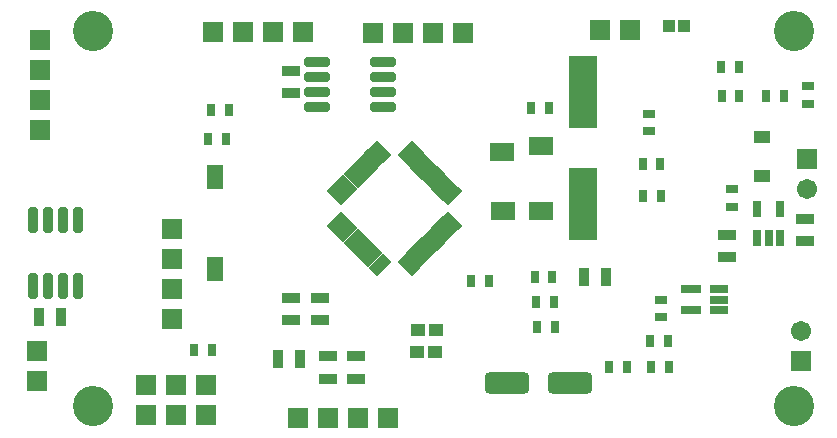
<source format=gts>
G04*
G04 #@! TF.GenerationSoftware,Altium Limited,Altium Designer,21.6.4 (81)*
G04*
G04 Layer_Color=8388736*
%FSLAX44Y44*%
%MOMM*%
G71*
G04*
G04 #@! TF.SameCoordinates,0F59C336-1F8A-43A6-AFB2-A1A9F9B71EC4*
G04*
G04*
G04 #@! TF.FilePolarity,Negative*
G04*
G01*
G75*
%ADD36R,0.8032X1.1032*%
%ADD37R,1.1032X0.8032*%
%ADD38R,1.5032X0.9032*%
%ADD39R,0.8032X1.4532*%
%ADD40R,1.4232X1.1132*%
G04:AMPARAMS|DCode=41|XSize=2.1732mm|YSize=0.8032mm|CornerRadius=0.1766mm|HoleSize=0mm|Usage=FLASHONLY|Rotation=270.000|XOffset=0mm|YOffset=0mm|HoleType=Round|Shape=RoundedRectangle|*
%AMROUNDEDRECTD41*
21,1,2.1732,0.4500,0,0,270.0*
21,1,1.8200,0.8032,0,0,270.0*
1,1,0.3532,-0.2250,-0.9100*
1,1,0.3532,-0.2250,0.9100*
1,1,0.3532,0.2250,0.9100*
1,1,0.3532,0.2250,-0.9100*
%
%ADD41ROUNDEDRECTD41*%
%ADD42R,0.9032X1.5032*%
%ADD43R,1.2192X1.0922*%
G04:AMPARAMS|DCode=44|XSize=2.1732mm|YSize=0.8032mm|CornerRadius=0.1766mm|HoleSize=0mm|Usage=FLASHONLY|Rotation=180.000|XOffset=0mm|YOffset=0mm|HoleType=Round|Shape=RoundedRectangle|*
%AMROUNDEDRECTD44*
21,1,2.1732,0.4500,0,0,180.0*
21,1,1.8200,0.8032,0,0,180.0*
1,1,0.3532,-0.9100,0.2250*
1,1,0.3532,0.9100,0.2250*
1,1,0.3532,0.9100,-0.2250*
1,1,0.3532,-0.9100,-0.2250*
%
%ADD44ROUNDEDRECTD44*%
G04:AMPARAMS|DCode=45|XSize=1.6782mm|YSize=0.5032mm|CornerRadius=0mm|HoleSize=0mm|Usage=FLASHONLY|Rotation=225.000|XOffset=0mm|YOffset=0mm|HoleType=Round|Shape=Rectangle|*
%AMROTATEDRECTD45*
4,1,4,0.4154,0.7712,0.7712,0.4154,-0.4154,-0.7712,-0.7712,-0.4154,0.4154,0.7712,0.0*
%
%ADD45ROTATEDRECTD45*%

G04:AMPARAMS|DCode=46|XSize=1.6782mm|YSize=0.5032mm|CornerRadius=0mm|HoleSize=0mm|Usage=FLASHONLY|Rotation=315.000|XOffset=0mm|YOffset=0mm|HoleType=Round|Shape=Rectangle|*
%AMROTATEDRECTD46*
4,1,4,-0.7712,0.4154,-0.4154,0.7712,0.7712,-0.4154,0.4154,-0.7712,-0.7712,0.4154,0.0*
%
%ADD46ROTATEDRECTD46*%

G04:AMPARAMS|DCode=47|XSize=3.7132mm|YSize=1.7832mm|CornerRadius=0.2991mm|HoleSize=0mm|Usage=FLASHONLY|Rotation=180.000|XOffset=0mm|YOffset=0mm|HoleType=Round|Shape=RoundedRectangle|*
%AMROUNDEDRECTD47*
21,1,3.7132,1.1850,0,0,180.0*
21,1,3.1150,1.7832,0,0,180.0*
1,1,0.5982,-1.5575,0.5925*
1,1,0.5982,1.5575,0.5925*
1,1,0.5982,1.5575,-0.5925*
1,1,0.5982,-1.5575,-0.5925*
%
%ADD47ROUNDEDRECTD47*%
%ADD48R,2.1032X1.5032*%
%ADD49R,2.4032X6.2032*%
%ADD50R,1.7032X0.7032*%
%ADD51R,1.5508X0.6508*%
%ADD52R,1.5508X0.6808*%
%ADD53R,1.4032X2.0032*%
%ADD54R,1.7032X1.7032*%
%ADD55C,1.7032*%
%ADD56R,1.7032X1.7032*%
%ADD57R,1.1032X1.1032*%
%ADD58C,3.4032*%
%ADD59C,3.4032*%
D36*
X189114Y278074D02*
D03*
X174114D02*
D03*
X605910Y314960D02*
D03*
X620910D02*
D03*
X643502Y290068D02*
D03*
X658502D02*
D03*
X621164Y290576D02*
D03*
X606164D02*
D03*
X539124Y232702D02*
D03*
X554124D02*
D03*
X174632Y75184D02*
D03*
X159632D02*
D03*
X394124Y133702D02*
D03*
X409124D02*
D03*
X545874Y82452D02*
D03*
X560874D02*
D03*
X561374Y60702D02*
D03*
X546374D02*
D03*
X186624Y253702D02*
D03*
X171624D02*
D03*
X462874Y137202D02*
D03*
X447874D02*
D03*
X444994Y280032D02*
D03*
X459994D02*
D03*
X539624Y205702D02*
D03*
X554624D02*
D03*
X526124Y60452D02*
D03*
X511124D02*
D03*
X449124Y115452D02*
D03*
X464124D02*
D03*
X464874Y94702D02*
D03*
X449874D02*
D03*
D37*
X679323Y298330D02*
D03*
Y283330D02*
D03*
X614934Y211208D02*
D03*
Y196208D02*
D03*
X554874Y117702D02*
D03*
Y102702D02*
D03*
X544374Y275202D02*
D03*
Y260202D02*
D03*
D38*
X676402Y167444D02*
D03*
Y186444D02*
D03*
X610616Y153822D02*
D03*
Y172822D02*
D03*
X296926Y50952D02*
D03*
Y69952D02*
D03*
X272796Y50698D02*
D03*
Y69698D02*
D03*
X241304Y311544D02*
D03*
Y292544D02*
D03*
X266374Y100202D02*
D03*
Y119202D02*
D03*
X241874Y100202D02*
D03*
Y119202D02*
D03*
D39*
X636422Y194872D02*
D03*
X655422D02*
D03*
Y169872D02*
D03*
X645922D02*
D03*
X636422D02*
D03*
D40*
X640080Y255364D02*
D03*
Y222664D02*
D03*
D41*
X61218Y129738D02*
D03*
X48518D02*
D03*
X35818D02*
D03*
X23118D02*
D03*
Y185618D02*
D03*
X35818D02*
D03*
X48518D02*
D03*
X61218D02*
D03*
D42*
X28002Y103068D02*
D03*
X47002D02*
D03*
X249276Y67818D02*
D03*
X230276D02*
D03*
X489214Y137202D02*
D03*
X508214D02*
D03*
D43*
X348766Y91892D02*
D03*
X363966D02*
D03*
X348512Y73858D02*
D03*
X363712D02*
D03*
D44*
X263402Y280614D02*
D03*
Y293314D02*
D03*
Y306014D02*
D03*
Y318714D02*
D03*
X319282D02*
D03*
Y306014D02*
D03*
Y293314D02*
D03*
Y280614D02*
D03*
D45*
X378287Y205474D02*
D03*
X374751Y209009D02*
D03*
X371216Y212545D02*
D03*
X367680Y216080D02*
D03*
X364145Y219616D02*
D03*
X360609Y223151D02*
D03*
X357073Y226687D02*
D03*
X353538Y230222D02*
D03*
X350002Y233758D02*
D03*
X346467Y237294D02*
D03*
X342931Y240829D02*
D03*
X339396Y244365D02*
D03*
X279461Y184430D02*
D03*
X282997Y180895D02*
D03*
X286532Y177359D02*
D03*
X290068Y173824D02*
D03*
X293603Y170288D02*
D03*
X297139Y166753D02*
D03*
X300675Y163217D02*
D03*
X304210Y159682D02*
D03*
X307746Y156146D02*
D03*
X311281Y152611D02*
D03*
X314817Y149075D02*
D03*
X318352Y145539D02*
D03*
D46*
Y244365D02*
D03*
X314817Y240829D02*
D03*
X311281Y237294D02*
D03*
X307746Y233758D02*
D03*
X304210Y230222D02*
D03*
X300675Y226687D02*
D03*
X297139Y223151D02*
D03*
X293603Y219616D02*
D03*
X290068Y216080D02*
D03*
X286532Y212545D02*
D03*
X282997Y209009D02*
D03*
X279461Y205474D02*
D03*
X339396Y145539D02*
D03*
X342931Y149075D02*
D03*
X346467Y152611D02*
D03*
X350002Y156146D02*
D03*
X353538Y159682D02*
D03*
X357073Y163217D02*
D03*
X360609Y166753D02*
D03*
X364145Y170288D02*
D03*
X367680Y173824D02*
D03*
X371216Y177359D02*
D03*
X374751Y180895D02*
D03*
X378287Y184430D02*
D03*
D47*
X478124Y46952D02*
D03*
X424124D02*
D03*
D48*
X420364Y243062D02*
D03*
X420874Y192702D02*
D03*
X452874D02*
D03*
X452874Y247702D02*
D03*
D49*
X488874Y198702D02*
D03*
Y293702D02*
D03*
D50*
X580124Y108702D02*
D03*
Y126702D02*
D03*
D51*
X604124Y108702D02*
D03*
Y117702D02*
D03*
D52*
Y126702D02*
D03*
D53*
X176874Y221452D02*
D03*
Y143952D02*
D03*
D54*
X678688Y237236D02*
D03*
X673608Y65786D02*
D03*
X26670Y49276D02*
D03*
Y74676D02*
D03*
X28702Y337312D02*
D03*
Y311912D02*
D03*
Y286512D02*
D03*
Y261112D02*
D03*
X140874Y101402D02*
D03*
Y126802D02*
D03*
Y152202D02*
D03*
Y177602D02*
D03*
D55*
X678688Y211836D02*
D03*
X673608Y91186D02*
D03*
D56*
X503428Y345948D02*
D03*
X528828D02*
D03*
X251972Y344114D02*
D03*
X226572D02*
D03*
X201172D02*
D03*
X175772D02*
D03*
X311150Y343408D02*
D03*
X336550D02*
D03*
X361950D02*
D03*
X387350D02*
D03*
X323346Y17978D02*
D03*
X297946D02*
D03*
X272546D02*
D03*
X247146D02*
D03*
X169616Y45628D02*
D03*
Y20228D02*
D03*
X144216Y45628D02*
D03*
Y20228D02*
D03*
X118816Y45628D02*
D03*
Y20228D02*
D03*
D57*
X561844Y349758D02*
D03*
X574294D02*
D03*
D58*
X73918Y345384D02*
D03*
X667374Y27376D02*
D03*
X667374Y345384D02*
D03*
D59*
X73918Y27376D02*
D03*
M02*

</source>
